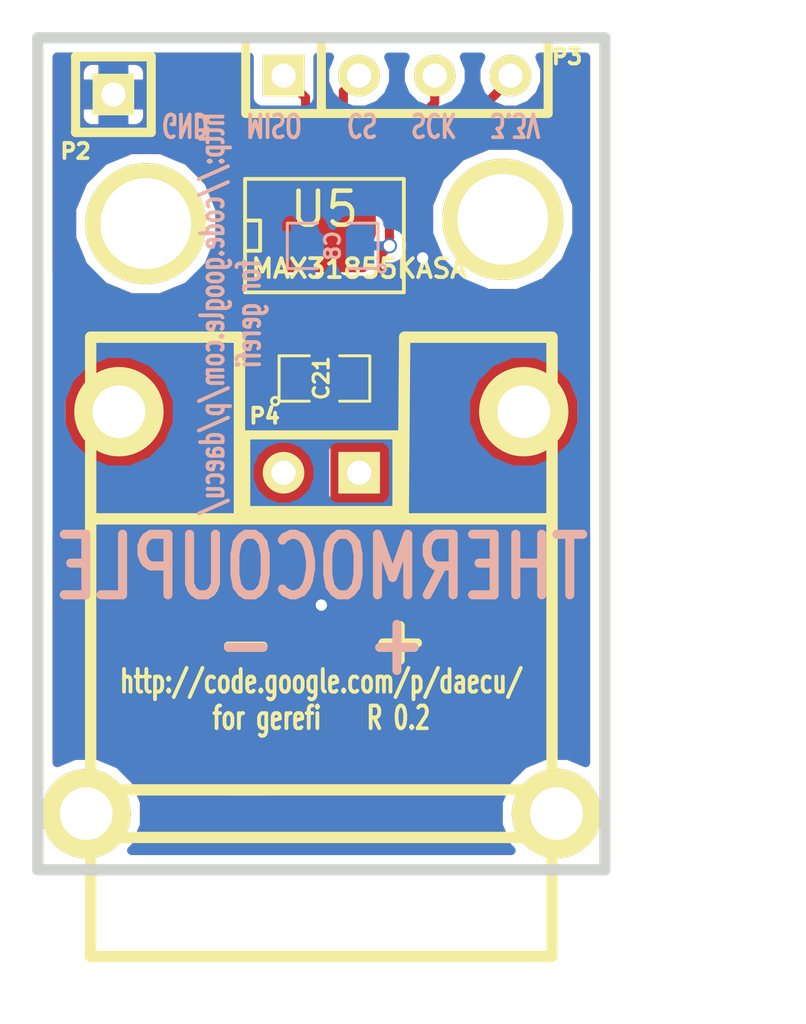
<source format=kicad_pcb>
(kicad_pcb (version 3) (host pcbnew "(2013-07-07 BZR 4022)-stable")

  (general
    (links 17)
    (no_connects 0)
    (area 93.7768 56.5658 124.877288 94.6912)
    (thickness 1.6002)
    (drawings 15)
    (tracks 44)
    (zones 0)
    (modules 9)
    (nets 8)
  )

  (page A4)
  (layers
    (15 Front signal)
    (0 Back signal)
    (16 B.Adhes user)
    (17 F.Adhes user)
    (18 B.Paste user)
    (19 F.Paste user)
    (20 B.SilkS user)
    (21 F.SilkS user)
    (22 B.Mask user)
    (23 F.Mask user)
    (24 Dwgs.User user)
    (25 Cmts.User user)
    (26 Eco1.User user)
    (27 Eco2.User user)
    (28 Edge.Cuts user)
  )

  (setup
    (last_trace_width 0.3048)
    (user_trace_width 0.381)
    (user_trace_width 0.508)
    (user_trace_width 0.635)
    (user_trace_width 1.016)
    (trace_clearance 0.3048)
    (zone_clearance 0.3048)
    (zone_45_only no)
    (trace_min 0.00762)
    (segment_width 0.381)
    (edge_width 0.381)
    (via_size 0.508)
    (via_drill 0.381)
    (via_min_size 0.02032)
    (via_min_drill 0.381)
    (user_via 1.00076 0.89916)
    (uvia_size 0.508)
    (uvia_drill 0.127)
    (uvias_allowed no)
    (uvia_min_size 0.02032)
    (uvia_min_drill 0.127)
    (pcb_text_width 0.3048)
    (pcb_text_size 1.524 2.032)
    (mod_edge_width 0.254)
    (mod_text_size 1.524 1.524)
    (mod_text_width 0.3048)
    (pad_size 0.635 1.143)
    (pad_drill 0)
    (pad_to_mask_clearance 0.254)
    (aux_axis_origin 0 0)
    (visible_elements 7FFFFF3F)
    (pcbplotparams
      (layerselection 284983297)
      (usegerberextensions true)
      (excludeedgelayer true)
      (linewidth 0.150000)
      (plotframeref false)
      (viasonmask false)
      (mode 1)
      (useauxorigin false)
      (hpglpennumber 1)
      (hpglpenspeed 20)
      (hpglpendiameter 15)
      (hpglpenoverlay 0)
      (psnegative false)
      (psa4output false)
      (plotreference true)
      (plotvalue false)
      (plotothertext false)
      (plotinvisibletext false)
      (padsonsilk false)
      (subtractmaskfromsilk false)
      (outputformat 1)
      (mirror false)
      (drillshape 1)
      (scaleselection 1)
      (outputdirectory gerbers/gerbers_Spin2/))
  )

  (net 0 "")
  (net 1 //CS)
  (net 2 /MISO)
  (net 3 /SCK)
  (net 4 /TCPL+)
  (net 5 /TCPL-)
  (net 6 3.3v)
  (net 7 GND)

  (net_class Default "This is the default net class."
    (clearance 0.3048)
    (trace_width 0.3048)
    (via_dia 0.508)
    (via_drill 0.381)
    (uvia_dia 0.508)
    (uvia_drill 0.127)
    (add_net "")
    (add_net //CS)
    (add_net /MISO)
    (add_net /SCK)
    (add_net /TCPL+)
    (add_net /TCPL-)
    (add_net 3.3v)
    (add_net GND)
  )

  (module 1pin (layer Front) (tedit 4F629911) (tstamp 4F628E0D)
    (at 98.87712 65.29578)
    (descr "module 1 pin (ou trou mecanique de percage)")
    (tags DEV)
    (path /4F629521)
    (fp_text reference V802 (at 0 -3.048) (layer F.SilkS) hide
      (effects (font (size 1.016 1.016) (thickness 0.254)))
    )
    (fp_text value VIA (at 0 2.794) (layer F.SilkS) hide
      (effects (font (size 1.016 1.016) (thickness 0.254)))
    )
    (pad 1 thru_hole circle (at 0 0) (size 4.064 4.064) (drill 3.048)
      (layers *.Cu *.Mask F.SilkS)
    )
  )

  (module 1pin (layer Front) (tedit 4F629903) (tstamp 4F6280CB)
    (at 110.871 65.151)
    (descr "module 1 pin (ou trou mecanique de percage)")
    (tags DEV)
    (path /4F627FCA)
    (fp_text reference V801 (at 0 -3.048) (layer F.SilkS) hide
      (effects (font (size 1.016 1.016) (thickness 0.254)))
    )
    (fp_text value VIA (at 0 2.794) (layer F.SilkS) hide
      (effects (font (size 1.016 1.016) (thickness 0.254)))
    )
    (pad 1 thru_hole circle (at 0 0) (size 4.064 4.064) (drill 3.048)
      (layers *.Cu *.Mask F.SilkS)
    )
  )

  (module SO8E (layer Front) (tedit 4F661D77) (tstamp 4E47F42B)
    (at 104.87914 65.6971)
    (descr "module CMS SOJ 8 pins etroit")
    (tags "CMS SOJ")
    (path /4E13FF86)
    (attr smd)
    (fp_text reference U5 (at 0 -0.889) (layer F.SilkS)
      (effects (font (size 1.143 1.143) (thickness 0.1524)))
    )
    (fp_text value MAX31855KASA (at 1.16586 1.1049) (layer F.SilkS)
      (effects (font (size 0.635 0.635) (thickness 0.127)))
    )
    (fp_line (start -2.667 1.778) (end -2.667 1.905) (layer F.SilkS) (width 0.127))
    (fp_line (start -2.667 1.905) (end 2.667 1.905) (layer F.SilkS) (width 0.127))
    (fp_line (start 2.667 -1.905) (end -2.667 -1.905) (layer F.SilkS) (width 0.127))
    (fp_line (start -2.667 -1.905) (end -2.667 1.778) (layer F.SilkS) (width 0.127))
    (fp_line (start -2.667 -0.508) (end -2.159 -0.508) (layer F.SilkS) (width 0.127))
    (fp_line (start -2.159 -0.508) (end -2.159 0.508) (layer F.SilkS) (width 0.127))
    (fp_line (start -2.159 0.508) (end -2.667 0.508) (layer F.SilkS) (width 0.127))
    (fp_line (start 2.667 -1.905) (end 2.667 1.905) (layer F.SilkS) (width 0.127))
    (pad 8 smd rect (at -1.905 -2.667) (size 0.508 1.143)
      (layers Front F.Paste F.Mask)
    )
    (pad 1 smd rect (at -1.905 2.667) (size 0.508 1.143)
      (layers Front F.Paste F.Mask)
      (net 7 GND)
    )
    (pad 7 smd rect (at -0.635 -2.667) (size 0.508 1.143)
      (layers Front F.Paste F.Mask)
      (net 2 /MISO)
    )
    (pad 6 smd rect (at 0.635 -2.667) (size 0.508 1.143)
      (layers Front F.Paste F.Mask)
      (net 1 //CS)
    )
    (pad 5 smd rect (at 1.905 -2.667) (size 0.508 1.143)
      (layers Front F.Paste F.Mask)
      (net 3 /SCK)
    )
    (pad 2 smd rect (at -0.635 2.667) (size 0.508 1.143)
      (layers Front F.Paste F.Mask)
      (net 5 /TCPL-)
    )
    (pad 3 smd rect (at 0.635 2.667) (size 0.508 1.143)
      (layers Front F.Paste F.Mask)
      (net 4 /TCPL+)
    )
    (pad 4 smd rect (at 1.905 2.667) (size 0.508 1.143)
      (layers Front F.Paste F.Mask)
      (net 6 3.3v)
    )
    (model 3D/so-8.wrl
      (at (xyz 0 0 0))
      (scale (xyz 1 1 1))
      (rotate (xyz 0 0 0))
    )
  )

  (module tcpl_PCC-SMP (layer Front) (tedit 535A1C3C) (tstamp 535A19ED)
    (at 104.775 78.359 270)
    (path /535A15DB)
    (fp_text reference P1 (at -1.778 9.779 270) (layer F.SilkS) hide
      (effects (font (size 1.524 1.524) (thickness 0.3048)))
    )
    (fp_text value CONN_2 (at -1.5748 4.699 360) (layer F.SilkS) hide
      (effects (font (size 1.524 1.524) (thickness 0.3048)))
    )
    (fp_text user - (at 1.016 2.54 360) (layer F.SilkS)
      (effects (font (size 1.524 1.524) (thickness 0.3048)))
    )
    (fp_text user + (at 1.016 -2.54 270) (layer F.SilkS)
      (effects (font (size 1.524 1.524) (thickness 0.3048)))
    )
    (fp_line (start -3.0988 7.74954) (end -9.25068 7.74954) (layer F.SilkS) (width 0.381))
    (fp_line (start -9.25068 7.74954) (end -9.25068 2.75082) (layer F.SilkS) (width 0.381))
    (fp_line (start -9.25068 2.75082) (end -3.1496 2.75082) (layer F.SilkS) (width 0.381))
    (fp_line (start -3.1496 -2.75082) (end -9.25068 -2.79908) (layer F.SilkS) (width 0.381))
    (fp_line (start -9.25068 -2.79908) (end -9.25068 -7.74954) (layer F.SilkS) (width 0.381))
    (fp_line (start -9.25068 -7.74954) (end -3.1496 -7.74954) (layer F.SilkS) (width 0.381))
    (fp_line (start 5.95122 7.74954) (end 5.95122 -7.74954) (layer F.SilkS) (width 0.381))
    (fp_line (start 7.54888 -7.74954) (end 7.54888 7.74954) (layer F.SilkS) (width 0.381))
    (fp_line (start -3.1496 -7.74954) (end 11.54938 -7.74954) (layer F.SilkS) (width 0.381))
    (fp_line (start -3.1496 7.74954) (end -3.1496 -7.74954) (layer F.SilkS) (width 0.381))
    (fp_line (start 11.54938 7.74954) (end -3.1496 7.74954) (layer F.SilkS) (width 0.381))
    (fp_line (start 11.54938 -7.74954) (end 11.54938 7.74954) (layer F.SilkS) (width 0.381))
    (pad M thru_hole circle (at 6.74878 -7.8994 270) (size 2.99974 2.99974) (drill 1.77038)
      (layers *.Cu *.Mask F.SilkS)
    )
    (pad M thru_hole circle (at 6.74878 7.8994 270) (size 2.99974 2.99974) (drill 1.77038)
      (layers *.Cu *.Mask F.SilkS)
    )
    (pad 2 thru_hole circle (at -6.74878 -6.79958 270) (size 2.99974 2.99974) (drill 1.77038)
      (layers *.Cu *.Mask F.SilkS)
      (net 4 /TCPL+)
    )
    (pad 1 thru_hole circle (at -6.74878 6.79958 270) (size 2.99974 2.99974) (drill 1.77038)
      (layers *.Cu *.Mask F.SilkS)
      (net 5 /TCPL-)
    )
    (model 3D/TCPL_CONNECTOR_PCC-SMP.wrl
      (at (xyz 0.46 0.315 -0.17))
      (scale (xyz 10 10 10))
      (rotate (xyz 0 0 180))
    )
  )

  (module SIL-4 (layer Front) (tedit 535A1D77) (tstamp 4F67B26C)
    (at 107.315 60.325)
    (descr "Connecteur 4 pibs")
    (tags "CONN DEV")
    (path /535A166C)
    (fp_text reference P3 (at 5.715 -0.635) (layer F.SilkS)
      (effects (font (size 0.508 0.508) (thickness 0.127)))
    )
    (fp_text value CONN_4 (at 0 -2.54) (layer F.SilkS) hide
      (effects (font (size 1.524 1.016) (thickness 0.3048)))
    )
    (fp_line (start -5.08 -1.27) (end -5.08 -1.27) (layer F.SilkS) (width 0.3048))
    (fp_line (start -5.08 1.27) (end -5.08 -1.27) (layer F.SilkS) (width 0.3048))
    (fp_line (start -5.08 -1.27) (end -5.08 -1.27) (layer F.SilkS) (width 0.3048))
    (fp_line (start -5.08 -1.27) (end 5.08 -1.27) (layer F.SilkS) (width 0.3048))
    (fp_line (start 5.08 -1.27) (end 5.08 1.27) (layer F.SilkS) (width 0.3048))
    (fp_line (start 5.08 1.27) (end -5.08 1.27) (layer F.SilkS) (width 0.3048))
    (fp_line (start -2.54 1.27) (end -2.54 -1.27) (layer F.SilkS) (width 0.3048))
    (pad 1 thru_hole rect (at -3.81 0) (size 1.397 1.397) (drill 0.8128)
      (layers *.Cu *.Mask F.SilkS)
      (net 2 /MISO)
    )
    (pad 2 thru_hole circle (at -1.27 0) (size 1.397 1.397) (drill 0.8128)
      (layers *.Cu *.Mask F.SilkS)
      (net 1 //CS)
    )
    (pad 3 thru_hole circle (at 1.27 0) (size 1.397 1.397) (drill 0.8128)
      (layers *.Cu *.Mask F.SilkS)
      (net 3 /SCK)
    )
    (pad 4 thru_hole circle (at 3.81 0) (size 1.397 1.397) (drill 0.8128)
      (layers *.Cu *.Mask F.SilkS)
      (net 6 3.3v)
    )
  )

  (module SIL-1 (layer Front) (tedit 535A1D7C) (tstamp 4F5CF533)
    (at 97.79 60.96 180)
    (descr "Connecteurs 1 pin")
    (tags "CONN DEV")
    (path /535A1737)
    (fp_text reference P2 (at 1.27 -1.905 180) (layer F.SilkS)
      (effects (font (size 0.508 0.508) (thickness 0.127)))
    )
    (fp_text value CONN_1 (at 0 -2.54 180) (layer F.SilkS) hide
      (effects (font (size 1.524 1.016) (thickness 0.254)))
    )
    (fp_line (start -1.27 1.27) (end 1.27 1.27) (layer F.SilkS) (width 0.3175))
    (fp_line (start -1.27 -1.27) (end 1.27 -1.27) (layer F.SilkS) (width 0.3175))
    (fp_line (start -1.27 1.27) (end -1.27 -1.27) (layer F.SilkS) (width 0.3048))
    (fp_line (start 1.27 -1.27) (end 1.27 1.27) (layer F.SilkS) (width 0.3048))
    (pad 1 thru_hole rect (at 0 0 180) (size 1.397 1.397) (drill 0.8128)
      (layers *.Cu *.Mask F.SilkS)
      (net 7 GND)
    )
  )

  (module SIL-2 (layer Front) (tedit 535A1CFD) (tstamp 535A1BB9)
    (at 104.775 73.66 180)
    (descr "Connecteurs 2 pins")
    (tags "CONN DEV")
    (path /535A1B1D)
    (fp_text reference P4 (at 1.905 1.905 180) (layer F.SilkS)
      (effects (font (size 0.508 0.508) (thickness 0.127)))
    )
    (fp_text value CONN_2 (at 0 -2.54 180) (layer F.SilkS) hide
      (effects (font (size 1.524 1.016) (thickness 0.3048)))
    )
    (fp_line (start -2.54 1.27) (end -2.54 -1.27) (layer F.SilkS) (width 0.3048))
    (fp_line (start -2.54 -1.27) (end 2.54 -1.27) (layer F.SilkS) (width 0.3048))
    (fp_line (start 2.54 -1.27) (end 2.54 1.27) (layer F.SilkS) (width 0.3048))
    (fp_line (start 2.54 1.27) (end -2.54 1.27) (layer F.SilkS) (width 0.3048))
    (pad 1 thru_hole rect (at -1.27 0 180) (size 1.397 1.397) (drill 0.8128)
      (layers *.Cu *.Mask F.SilkS)
      (net 4 /TCPL+)
    )
    (pad 2 thru_hole circle (at 1.27 0 180) (size 1.397 1.397) (drill 0.8128)
      (layers *.Cu *.Mask F.SilkS)
      (net 5 /TCPL-)
    )
  )

  (module SM0805-SM0603 (layer Back) (tedit 54220BA7) (tstamp 4E47F455)
    (at 105.156 66.04 180)
    (path /4E13FFE2)
    (attr smd)
    (fp_text reference C8 (at 0 0 450) (layer B.SilkS)
      (effects (font (size 0.50038 0.50038) (thickness 0.10922)) (justify mirror))
    )
    (fp_text value 100nF (at 0 -0.381 180) (layer B.SilkS) hide
      (effects (font (size 0.50038 0.50038) (thickness 0.10922)) (justify mirror))
    )
    (fp_circle (center -1.651 -0.762) (end -1.651 -0.635) (layer B.SilkS) (width 0.09906))
    (fp_line (start -0.508 -0.762) (end -1.524 -0.762) (layer B.SilkS) (width 0.09906))
    (fp_line (start -1.524 -0.762) (end -1.524 0.762) (layer B.SilkS) (width 0.09906))
    (fp_line (start -1.524 0.762) (end -0.508 0.762) (layer B.SilkS) (width 0.09906))
    (fp_line (start 0.508 0.762) (end 1.524 0.762) (layer B.SilkS) (width 0.09906))
    (fp_line (start 1.524 0.762) (end 1.524 -0.762) (layer B.SilkS) (width 0.09906))
    (fp_line (start 1.524 -0.762) (end 0.508 -0.762) (layer B.SilkS) (width 0.09906))
    (pad 1 smd rect (at -0.9525 0 180) (size 0.889 1.397)
      (layers Back B.Paste B.Mask)
      (net 6 3.3v)
    )
    (pad 2 smd rect (at 0.9525 0 180) (size 0.889 1.397)
      (layers Back B.Paste B.Mask)
      (net 7 GND)
    )
    (pad 1 smd rect (at -0.762 0 180) (size 0.635 1.143)
      (layers Back B.Paste B.Mask)
      (net 6 3.3v)
    )
    (pad 2 smd rect (at 0.762 0 180) (size 0.635 1.143)
      (layers Back B.Paste B.Mask)
      (net 7 GND)
    )
    (model smd/chip_cms.wrl
      (at (xyz 0 0 0))
      (scale (xyz 0.1 0.1 0.1))
      (rotate (xyz 0 0 0))
    )
  )

  (module SM0805-SM0603 (layer Front) (tedit 54220B8D) (tstamp 4E4C6BB1)
    (at 104.87914 70.49516)
    (path /4E4C6B54)
    (attr smd)
    (fp_text reference C21 (at -0.10414 -0.01016 90) (layer F.SilkS)
      (effects (font (size 0.50038 0.50038) (thickness 0.10922)))
    )
    (fp_text value 10nF (at 0 0.381) (layer F.SilkS) hide
      (effects (font (size 0.50038 0.50038) (thickness 0.10922)))
    )
    (fp_circle (center -1.651 0.762) (end -1.651 0.635) (layer F.SilkS) (width 0.09906))
    (fp_line (start -0.508 0.762) (end -1.524 0.762) (layer F.SilkS) (width 0.09906))
    (fp_line (start -1.524 0.762) (end -1.524 -0.762) (layer F.SilkS) (width 0.09906))
    (fp_line (start -1.524 -0.762) (end -0.508 -0.762) (layer F.SilkS) (width 0.09906))
    (fp_line (start 0.508 -0.762) (end 1.524 -0.762) (layer F.SilkS) (width 0.09906))
    (fp_line (start 1.524 -0.762) (end 1.524 0.762) (layer F.SilkS) (width 0.09906))
    (fp_line (start 1.524 0.762) (end 0.508 0.762) (layer F.SilkS) (width 0.09906))
    (pad 1 smd rect (at -0.9525 0) (size 0.889 1.397)
      (layers Front F.Paste F.Mask)
      (net 5 /TCPL-)
    )
    (pad 2 smd rect (at 0.9525 0) (size 0.889 1.397)
      (layers Front F.Paste F.Mask)
      (net 4 /TCPL+)
    )
    (pad 1 smd rect (at -0.762 0) (size 0.635 1.143)
      (layers Front F.Paste F.Mask)
      (net 5 /TCPL-)
    )
    (pad 2 smd rect (at 0.762 0) (size 0.635 1.143)
      (layers Front F.Paste F.Mask)
      (net 4 /TCPL+)
    )
    (model smd/chip_cms.wrl
      (at (xyz 0 0 0))
      (scale (xyz 0.1 0.1 0.1))
      (rotate (xyz 0 0 0))
    )
  )

  (gr_text "http://code.google.com/p/daecu/\nfor gerefi    R 0.2" (at 104.775 81.28) (layer F.SilkS)
    (effects (font (size 0.762 0.508) (thickness 0.127)))
  )
  (gr_text "http://code.google.com/p/daecu/\nfor gerefi" (at 101.727 68.326 90) (layer B.SilkS)
    (effects (font (size 0.762 0.508) (thickness 0.127)) (justify mirror))
  )
  (gr_text "MISO    CS   SCK   3.3V" (at 107.188 61.976 180) (layer B.SilkS)
    (effects (font (size 0.762 0.508) (thickness 0.127)) (justify mirror))
  )
  (gr_text GND (at 100.203 61.976 180) (layer B.SilkS)
    (effects (font (size 0.762 0.508) (thickness 0.127)) (justify mirror))
  )
  (dimension 19.05 (width 0.3048) (layer Cmts.User)
    (gr_text "0.7500 in" (at 104.775 93.065599) (layer Cmts.User)
      (effects (font (size 2.032 1.524) (thickness 0.3048)))
    )
    (feature1 (pts (xy 114.3 88.9) (xy 114.3 94.691199)))
    (feature2 (pts (xy 95.25 88.9) (xy 95.25 94.691199)))
    (crossbar (pts (xy 95.25 91.439999) (xy 114.3 91.439999)))
    (arrow1a (pts (xy 114.3 91.439999) (xy 113.173497 92.026419)))
    (arrow1b (pts (xy 114.3 91.439999) (xy 113.173497 90.853579)))
    (arrow2a (pts (xy 95.25 91.439999) (xy 96.376503 92.026419)))
    (arrow2b (pts (xy 95.25 91.439999) (xy 96.376503 90.853579)))
  )
  (dimension 27.94 (width 0.3048) (layer Cmts.User)
    (gr_text "1.1000 in" (at 119.1006 73.025 90) (layer Cmts.User)
      (effects (font (size 2.032 1.524) (thickness 0.3048)))
    )
    (feature1 (pts (xy 116.205 59.055) (xy 120.7262 59.055)))
    (feature2 (pts (xy 116.205 86.995) (xy 120.7262 86.995)))
    (crossbar (pts (xy 117.475 86.995) (xy 117.475 59.055)))
    (arrow1a (pts (xy 117.475 59.055) (xy 118.06142 60.181503)))
    (arrow1b (pts (xy 117.475 59.055) (xy 116.88858 60.181503)))
    (arrow2a (pts (xy 117.475 86.995) (xy 118.06142 85.868497)))
    (arrow2b (pts (xy 117.475 86.995) (xy 116.88858 85.868497)))
  )
  (gr_line (start 114.3 86.995) (end 113.665 86.995) (angle 90) (layer Edge.Cuts) (width 0.381))
  (gr_line (start 114.3 59.055) (end 114.3 86.995) (angle 90) (layer Edge.Cuts) (width 0.381))
  (gr_line (start 95.25 59.055) (end 114.3 59.055) (angle 90) (layer Edge.Cuts) (width 0.381))
  (gr_line (start 95.25 86.995) (end 95.25 59.055) (angle 90) (layer Edge.Cuts) (width 0.381))
  (gr_line (start 113.665 86.995) (end 95.25 86.995) (angle 90) (layer Edge.Cuts) (width 0.381))
  (gr_text + (at 107.315 79.375) (layer B.SilkS)
    (effects (font (size 2.032 1.524) (thickness 0.3048)))
  )
  (gr_text - (at 102.235 79.375) (layer B.SilkS)
    (effects (font (size 2.032 1.524) (thickness 0.3048)))
  )
  (gr_text THERMOCOUPLE (at 104.775 76.835) (layer B.SilkS)
    (effects (font (size 2.032 1.524) (thickness 0.3048)) (justify mirror))
  )
  (gr_text - (at 102.34422 84.19592) (layer F.SilkS)
    (effects (font (size 2.032 1.524) (thickness 0.3048)))
  )

  (segment (start 105.51414 63.0301) (end 105.51414 60.85586) (width 0.3048) (layer Front) (net 1))
  (segment (start 105.51414 60.85586) (end 106.045 60.325) (width 0.3048) (layer Front) (net 1) (tstamp 535A1F73))
  (segment (start 104.24414 63.0301) (end 104.24414 61.06414) (width 0.3048) (layer Front) (net 2))
  (segment (start 104.24414 61.06414) (end 103.505 60.325) (width 0.3048) (layer Front) (net 2) (tstamp 535A1F6E))
  (segment (start 104.24414 62.63386) (end 104.24414 63.0301) (width 0.2032) (layer Front) (net 2))
  (segment (start 108.585 60.325) (end 108.585 61.22924) (width 0.3048) (layer Front) (net 3))
  (segment (start 108.585 61.22924) (end 106.78414 63.0301) (width 0.3048) (layer Front) (net 3) (tstamp 535A1F78))
  (segment (start 105.51414 68.3641) (end 105.51414 73.12914) (width 0.2032) (layer Front) (net 4))
  (segment (start 105.51414 73.12914) (end 106.045 73.66) (width 0.2032) (layer Front) (net 4) (tstamp 535A1D16))
  (segment (start 105.51414 68.3641) (end 105.51414 70.36816) (width 0.508) (layer Front) (net 4))
  (segment (start 105.51414 70.36816) (end 105.64114 70.49516) (width 0.508) (layer Front) (net 4))
  (segment (start 105.64114 70.49516) (end 110.45952 70.49516) (width 0.508) (layer Front) (net 4))
  (segment (start 110.45952 70.49516) (end 111.57458 71.61022) (width 0.508) (layer Front) (net 4))
  (segment (start 99.09048 70.49516) (end 97.97542 71.61022) (width 0.508) (layer Front) (net 5))
  (segment (start 104.11714 70.49516) (end 99.09048 70.49516) (width 0.508) (layer Front) (net 5))
  (segment (start 104.24414 70.36816) (end 104.11714 70.49516) (width 0.508) (layer Front) (net 5))
  (segment (start 104.24414 68.3641) (end 104.24414 70.36816) (width 0.508) (layer Front) (net 5))
  (segment (start 104.24414 68.3641) (end 104.24414 72.92086) (width 0.2032) (layer Front) (net 5))
  (segment (start 104.24414 72.92086) (end 103.505 73.66) (width 0.2032) (layer Front) (net 5) (tstamp 535A1D0E))
  (segment (start 106.1085 66.04) (end 107.061 66.04) (width 0.3048) (layer Back) (net 6))
  (via (at 107.061 66.04) (size 0.508) (layers Front Back) (net 6))
  (segment (start 107.061 66.04) (end 107.061 64.516) (width 0.3048) (layer Front) (net 6))
  (segment (start 111.125 60.452) (end 111.125 60.325) (width 0.3048) (layer Front) (net 6) (tstamp 535A2433))
  (segment (start 107.061 64.516) (end 111.125 60.452) (width 0.3048) (layer Front) (net 6) (tstamp 535A2425))
  (segment (start 106.78414 68.3641) (end 106.78414 66.31686) (width 0.3048) (layer Front) (net 6))
  (segment (start 106.78414 66.31686) (end 107.061 66.04) (width 0.3048) (layer Front) (net 6) (tstamp 535A20D0))
  (segment (start 107.3658 64.9224) (end 107.3404 64.9224) (width 0.3048) (layer Back) (net 7))
  (segment (start 107.3658 64.9224) (end 108.1786 65.7352) (width 0.3048) (layer Back) (net 7) (tstamp 535A240D))
  (segment (start 108.1786 65.7352) (end 108.1786 66.4464) (width 0.3048) (layer Back) (net 7) (tstamp 535A2411))
  (via (at 108.1786 66.4464) (size 0.508) (layers Front Back) (net 7))
  (segment (start 108.1024 66.3702) (end 108.1786 66.4464) (width 0.3048) (layer Front) (net 7) (tstamp 535A241A))
  (segment (start 104.2035 65.2145) (end 104.2035 66.04) (width 0.3048) (layer Back) (net 7) (tstamp 53863438))
  (segment (start 104.648 64.77) (end 104.2035 65.2145) (width 0.3048) (layer Back) (net 7) (tstamp 53863437))
  (segment (start 107.188 64.77) (end 104.648 64.77) (width 0.3048) (layer Back) (net 7) (tstamp 53863436))
  (segment (start 107.3404 64.9224) (end 107.188 64.77) (width 0.3048) (layer Back) (net 7) (tstamp 53863435))
  (segment (start 104.2035 66.04) (end 104.2035 69.1515) (width 0.3048) (layer Back) (net 7))
  (via (at 104.775 78.105) (size 0.508) (layers Front Back) (net 7))
  (segment (start 102.87 78.105) (end 104.775 78.105) (width 0.3048) (layer Back) (net 7) (tstamp 535A2577))
  (segment (start 100.965 76.2) (end 102.87 78.105) (width 0.3048) (layer Back) (net 7) (tstamp 535A2575))
  (segment (start 100.965 72.39) (end 100.965 76.2) (width 0.3048) (layer Back) (net 7) (tstamp 535A2571))
  (segment (start 104.2035 69.1515) (end 100.965 72.39) (width 0.3048) (layer Back) (net 7) (tstamp 53863432))
  (segment (start 102.97414 68.3641) (end 102.97414 65.12814) (width 0.3048) (layer Front) (net 7))
  (segment (start 98.806 60.96) (end 97.79 60.96) (width 0.3048) (layer Front) (net 7) (tstamp 535A20DA))
  (segment (start 102.97414 65.12814) (end 98.806 60.96) (width 0.3048) (layer Front) (net 7) (tstamp 535A20D6))

  (zone (net 4) (net_name /TCPL+) (layer Front) (tstamp 535A2568) (hatch edge 0.508)
    (connect_pads yes (clearance 0.2032))
    (min_thickness 0.254)
    (fill (arc_segments 16) (thermal_gap 0.508) (thermal_bridge_width 0.508) (smoothing fillet) (radius 0.508))
    (polygon
      (pts
        (xy 113.37798 75.29576) (xy 113.37798 67.39636) (xy 105.07726 67.39636) (xy 105.07726 75.29576)
      )
    )
    (filled_polygon
      (pts
        (xy 113.25098 74.775252) (xy 113.21968 74.93261) (xy 113.137628 75.055408) (xy 113.01483 75.13746) (xy 112.857472 75.16876)
        (xy 105.597768 75.16876) (xy 105.44041 75.13746) (xy 105.317612 75.055408) (xy 105.23556 74.93261) (xy 105.20426 74.775252)
        (xy 105.20426 67.916868) (xy 105.23556 67.75951) (xy 105.317612 67.636712) (xy 105.44041 67.55466) (xy 105.597768 67.52336)
        (xy 106.18866 67.52336) (xy 106.164292 67.547686) (xy 106.098416 67.706333) (xy 106.098266 67.878113) (xy 106.098266 69.021113)
        (xy 106.163865 69.179875) (xy 106.285226 69.301448) (xy 106.443873 69.367324) (xy 106.615653 69.367474) (xy 107.123653 69.367474)
        (xy 107.282415 69.301875) (xy 107.403988 69.180514) (xy 107.469864 69.021867) (xy 107.470014 68.850087) (xy 107.470014 67.707087)
        (xy 107.404415 67.548325) (xy 107.379493 67.52336) (xy 110.159591 67.52336) (xy 110.37877 67.614371) (xy 111.35893 67.615226)
        (xy 111.581262 67.52336) (xy 112.857472 67.52336) (xy 113.01483 67.55466) (xy 113.137628 67.636712) (xy 113.21968 67.75951)
        (xy 113.25098 67.916868) (xy 113.25098 74.775252)
      )
    )
  )
  (zone (net 5) (net_name /TCPL-) (layer Front) (tstamp 535A2567) (hatch edge 0.508)
    (connect_pads yes (clearance 0.2032))
    (min_thickness 0.254)
    (fill (arc_segments 16) (thermal_gap 0.508) (thermal_bridge_width 0.508) (smoothing fillet) (radius 0.508))
    (polygon
      (pts
        (xy 104.67848 75.29576) (xy 104.67848 67.39636) (xy 96.1771 67.39636) (xy 96.1771 75.29576)
      )
    )
    (filled_polygon
      (pts
        (xy 104.55148 74.775252) (xy 104.52018 74.93261) (xy 104.438128 75.055408) (xy 104.31533 75.13746) (xy 104.157972 75.16876)
        (xy 96.697608 75.16876) (xy 96.54025 75.13746) (xy 96.417452 75.055408) (xy 96.3354 74.93261) (xy 96.3041 74.775252)
        (xy 96.3041 67.916868) (xy 96.3354 67.75951) (xy 96.417452 67.636712) (xy 96.54025 67.55466) (xy 96.697608 67.52336)
        (xy 97.817043 67.52336) (xy 98.38489 67.759151) (xy 99.36505 67.760006) (xy 99.937776 67.52336) (xy 102.37866 67.52336)
        (xy 102.354292 67.547686) (xy 102.288416 67.706333) (xy 102.288266 67.878113) (xy 102.288266 69.021113) (xy 102.353865 69.179875)
        (xy 102.475226 69.301448) (xy 102.633873 69.367324) (xy 102.805653 69.367474) (xy 103.313653 69.367474) (xy 103.472415 69.301875)
        (xy 103.593988 69.180514) (xy 103.659864 69.021867) (xy 103.660014 68.850087) (xy 103.660014 67.707087) (xy 103.594415 67.548325)
        (xy 103.569493 67.52336) (xy 104.157972 67.52336) (xy 104.31533 67.55466) (xy 104.438128 67.636712) (xy 104.52018 67.75951)
        (xy 104.55148 67.916868) (xy 104.55148 74.775252)
      )
    )
  )
  (zone (net 7) (net_name GND) (layer Back) (tstamp 535A2566) (hatch edge 0.508)
    (connect_pads (clearance 0.3048))
    (min_thickness 0.3048)
    (fill (arc_segments 16) (thermal_gap 0.3) (thermal_bridge_width 1.38176) (smoothing fillet) (radius 0.508))
    (polygon
      (pts
        (xy 114.935 58.42) (xy 94.615 58.42) (xy 94.615 87.63) (xy 114.935 87.63)
      )
    )
    (filled_polygon
      (pts
        (xy 113.6523 83.394755) (xy 113.531989 83.344797) (xy 113.531989 71.222643) (xy 113.360631 70.807925) (xy 113.360631 64.65804)
        (xy 112.982471 63.742824) (xy 112.282859 63.04199) (xy 111.368305 62.662233) (xy 110.37804 62.661369) (xy 109.462824 63.039529)
        (xy 108.76199 63.739141) (xy 108.382233 64.653695) (xy 108.381369 65.64396) (xy 108.759529 66.559176) (xy 109.459141 67.26001)
        (xy 110.373695 67.639767) (xy 111.36396 67.640631) (xy 112.279176 67.262471) (xy 112.98001 66.562859) (xy 113.359767 65.648305)
        (xy 113.360631 64.65804) (xy 113.360631 70.807925) (xy 113.23467 70.503077) (xy 112.684618 69.952064) (xy 111.965573 69.653491)
        (xy 111.187003 69.652811) (xy 110.467437 69.95013) (xy 109.916424 70.500182) (xy 109.617851 71.219227) (xy 109.617171 71.997797)
        (xy 109.91449 72.717363) (xy 110.464542 73.268376) (xy 111.183587 73.566949) (xy 111.962157 73.567629) (xy 112.681723 73.27031)
        (xy 113.232736 72.720258) (xy 113.531309 72.001213) (xy 113.531989 71.222643) (xy 113.531989 83.344797) (xy 113.065393 83.151051)
        (xy 112.286823 83.150371) (xy 111.567257 83.44769) (xy 111.016244 83.997742) (xy 110.717671 84.716787) (xy 110.716991 85.495357)
        (xy 111.01431 86.214923) (xy 111.146456 86.3473) (xy 107.772323 86.3473) (xy 107.772323 65.899154) (xy 107.664277 65.637664)
        (xy 107.464388 65.437426) (xy 107.203087 65.328924) (xy 107.010279 65.328755) (xy 107.010279 65.250956) (xy 106.940821 65.082855)
        (xy 106.812321 64.954131) (xy 106.644341 64.88438) (xy 106.462456 64.884221) (xy 105.573456 64.884221) (xy 105.405355 64.953679)
        (xy 105.276631 65.082179) (xy 105.231517 65.190824) (xy 105.213131 65.209179) (xy 105.153401 65.353024) (xy 105.094802 65.211902)
        (xy 105.076416 65.193548) (xy 105.031302 65.084902) (xy 104.903929 64.957751) (xy 104.737593 64.889022) (xy 104.53885 64.8891)
        (xy 104.42575 65.0022) (xy 104.42575 65.69075) (xy 104.55275 65.69075) (xy 104.55275 65.75425) (xy 104.7115 65.75425)
        (xy 104.7115 66.32575) (xy 104.55275 66.32575) (xy 104.55275 66.38925) (xy 104.42575 66.38925) (xy 104.42575 67.0778)
        (xy 104.53885 67.1909) (xy 104.737593 67.190978) (xy 104.903929 67.122249) (xy 105.031302 66.995098) (xy 105.076416 66.886451)
        (xy 105.094802 66.868098) (xy 105.153462 66.726829) (xy 105.212679 66.870145) (xy 105.231489 66.888988) (xy 105.276179 66.997145)
        (xy 105.404679 67.125869) (xy 105.572659 67.19562) (xy 105.754544 67.195779) (xy 106.643544 67.195779) (xy 106.811645 67.126321)
        (xy 106.940369 66.997821) (xy 107.01012 66.829841) (xy 107.010188 66.751155) (xy 107.201846 66.751323) (xy 107.463336 66.643277)
        (xy 107.663574 66.443388) (xy 107.772076 66.182087) (xy 107.772323 65.899154) (xy 107.772323 86.3473) (xy 107.200779 86.3473)
        (xy 107.200779 74.267956) (xy 107.200779 72.870956) (xy 107.131321 72.702855) (xy 107.002821 72.574131) (xy 106.834841 72.50438)
        (xy 106.652956 72.504221) (xy 105.255956 72.504221) (xy 105.087855 72.573679) (xy 104.959131 72.702179) (xy 104.88938 72.870159)
        (xy 104.889221 73.052044) (xy 104.889221 74.449044) (xy 104.958679 74.617145) (xy 105.087179 74.745869) (xy 105.255159 74.81562)
        (xy 105.437044 74.815779) (xy 106.834044 74.815779) (xy 107.002145 74.746321) (xy 107.130869 74.617821) (xy 107.20062 74.449841)
        (xy 107.200779 74.267956) (xy 107.200779 86.3473) (xy 104.6609 86.3473) (xy 104.6609 73.431126) (xy 104.485326 73.006204)
        (xy 104.23525 72.755691) (xy 104.23525 66.9508) (xy 104.23525 66.32575) (xy 104.23525 65.75425) (xy 104.23525 65.1292)
        (xy 104.12215 65.0161) (xy 103.986907 65.016022) (xy 103.98125 65.018359) (xy 103.98125 65.0022) (xy 103.86815 64.8891)
        (xy 103.669407 64.889022) (xy 103.503071 64.957751) (xy 103.375698 65.084902) (xy 103.306679 65.251117) (xy 103.306522 65.431093)
        (xy 103.3066 65.57765) (xy 103.4197 65.69075) (xy 103.6737 65.69075) (xy 103.7372 65.75425) (xy 104.23525 65.75425)
        (xy 104.23525 66.32575) (xy 103.7372 66.32575) (xy 103.6737 66.38925) (xy 103.4197 66.38925) (xy 103.3066 66.50235)
        (xy 103.306522 66.648907) (xy 103.306679 66.828883) (xy 103.375698 66.995098) (xy 103.503071 67.122249) (xy 103.669407 67.190978)
        (xy 103.86815 67.1909) (xy 103.98125 67.0778) (xy 103.98125 67.06164) (xy 103.986907 67.063978) (xy 104.12215 67.0639)
        (xy 104.23525 66.9508) (xy 104.23525 72.755691) (xy 104.160506 72.680817) (xy 103.735891 72.504502) (xy 103.276126 72.5041)
        (xy 102.851204 72.679674) (xy 102.525817 73.004494) (xy 102.349502 73.429109) (xy 102.3491 73.888874) (xy 102.524674 74.313796)
        (xy 102.849494 74.639183) (xy 103.274109 74.815498) (xy 103.733874 74.8159) (xy 104.158796 74.640326) (xy 104.484183 74.315506)
        (xy 104.660498 73.890891) (xy 104.6609 73.431126) (xy 104.6609 86.3473) (xy 101.366751 86.3473) (xy 101.366751 64.80282)
        (xy 100.988591 63.887604) (xy 100.288979 63.18677) (xy 99.374425 62.807013) (xy 98.940978 62.806634) (xy 98.940978 61.568907)
        (xy 98.940978 60.351093) (xy 98.940821 60.171117) (xy 98.871802 60.004902) (xy 98.744429 59.877751) (xy 98.578093 59.809022)
        (xy 98.25235 59.8091) (xy 98.13925 59.9222) (xy 98.13925 60.61075) (xy 98.8278 60.61075) (xy 98.9409 60.49765)
        (xy 98.940978 60.351093) (xy 98.940978 61.568907) (xy 98.9409 61.42235) (xy 98.8278 61.30925) (xy 98.13925 61.30925)
        (xy 98.13925 61.9978) (xy 98.25235 62.1109) (xy 98.578093 62.110978) (xy 98.744429 62.042249) (xy 98.871802 61.915098)
        (xy 98.940821 61.748883) (xy 98.940978 61.568907) (xy 98.940978 62.806634) (xy 98.38416 62.806149) (xy 97.468944 63.184309)
        (xy 97.44075 63.212453) (xy 97.44075 61.9978) (xy 97.44075 61.30925) (xy 97.44075 60.61075) (xy 97.44075 59.9222)
        (xy 97.32765 59.8091) (xy 97.001907 59.809022) (xy 96.835571 59.877751) (xy 96.708198 60.004902) (xy 96.639179 60.171117)
        (xy 96.639022 60.351093) (xy 96.6391 60.49765) (xy 96.7522 60.61075) (xy 97.44075 60.61075) (xy 97.44075 61.30925)
        (xy 96.7522 61.30925) (xy 96.6391 61.42235) (xy 96.639022 61.568907) (xy 96.639179 61.748883) (xy 96.708198 61.915098)
        (xy 96.835571 62.042249) (xy 97.001907 62.110978) (xy 97.32765 62.1109) (xy 97.44075 61.9978) (xy 97.44075 63.212453)
        (xy 96.76811 63.883921) (xy 96.388353 64.798475) (xy 96.387489 65.78874) (xy 96.765649 66.703956) (xy 97.465261 67.40479)
        (xy 98.379815 67.784547) (xy 99.37008 67.785411) (xy 100.285296 67.407251) (xy 100.98613 66.707639) (xy 101.365887 65.793085)
        (xy 101.366751 64.80282) (xy 101.366751 86.3473) (xy 99.932829 86.3473) (xy 99.932829 71.222643) (xy 99.63551 70.503077)
        (xy 99.085458 69.952064) (xy 98.366413 69.653491) (xy 97.587843 69.652811) (xy 96.868277 69.95013) (xy 96.317264 70.500182)
        (xy 96.018691 71.219227) (xy 96.018011 71.997797) (xy 96.31533 72.717363) (xy 96.865382 73.268376) (xy 97.584427 73.566949)
        (xy 98.362997 73.567629) (xy 99.082563 73.27031) (xy 99.633576 72.720258) (xy 99.932149 72.001213) (xy 99.932829 71.222643)
        (xy 99.932829 86.3473) (xy 98.404047 86.3473) (xy 98.533756 86.217818) (xy 98.832329 85.498773) (xy 98.833009 84.720203)
        (xy 98.53569 84.000637) (xy 97.985638 83.449624) (xy 97.266593 83.151051) (xy 96.488023 83.150371) (xy 95.8977 83.394287)
        (xy 95.8977 59.7027) (xy 102.349233 59.7027) (xy 102.349221 59.717044) (xy 102.349221 61.114044) (xy 102.418679 61.282145)
        (xy 102.547179 61.410869) (xy 102.715159 61.48062) (xy 102.897044 61.480779) (xy 104.294044 61.480779) (xy 104.462145 61.411321)
        (xy 104.590869 61.282821) (xy 104.66062 61.114841) (xy 104.660779 60.932956) (xy 104.660779 59.7027) (xy 105.052028 59.7027)
        (xy 104.889502 60.094109) (xy 104.8891 60.553874) (xy 105.064674 60.978796) (xy 105.389494 61.304183) (xy 105.814109 61.480498)
        (xy 106.273874 61.4809) (xy 106.698796 61.305326) (xy 107.024183 60.980506) (xy 107.200498 60.555891) (xy 107.2009 60.096126)
        (xy 107.038339 59.7027) (xy 107.592028 59.7027) (xy 107.429502 60.094109) (xy 107.4291 60.553874) (xy 107.604674 60.978796)
        (xy 107.929494 61.304183) (xy 108.354109 61.480498) (xy 108.813874 61.4809) (xy 109.238796 61.305326) (xy 109.564183 60.980506)
        (xy 109.740498 60.555891) (xy 109.7409 60.096126) (xy 109.578339 59.7027) (xy 110.132028 59.7027) (xy 109.969502 60.094109)
        (xy 109.9691 60.553874) (xy 110.144674 60.978796) (xy 110.469494 61.304183) (xy 110.894109 61.480498) (xy 111.353874 61.4809)
        (xy 111.778796 61.305326) (xy 112.104183 60.980506) (xy 112.280498 60.555891) (xy 112.2809 60.096126) (xy 112.118339 59.7027)
        (xy 113.6523 59.7027) (xy 113.6523 83.394755)
      )
    )
  )
  (zone (net 7) (net_name GND) (layer Front) (tstamp 535A256C) (hatch edge 0.508)
    (connect_pads (clearance 0.3048))
    (min_thickness 0.3048)
    (fill (arc_segments 16) (thermal_gap 0.3) (thermal_bridge_width 1.38176) (smoothing fillet) (radius 0.508))
    (polygon
      (pts
        (xy 93.98 57.785) (xy 115.57 57.785) (xy 115.57 88.265) (xy 93.98 88.265)
      )
    )
    (polygon
      (pts        (xy 95.758 75.692) (xy 95.758 66.929) (xy 113.792 66.929) (xy 113.792 75.692)
      )
    )
    (filled_polygon
      (pts
        (xy 106.656016 64.058879) (xy 106.629948 64.084948) (xy 106.497803 64.282716) (xy 106.4514 64.516) (xy 106.4514 65.653532)
        (xy 106.356272 65.882623) (xy 106.353088 65.885808) (xy 106.220943 66.083576) (xy 106.17454 66.31686) (xy 106.17454 66.7766)
        (xy 100.917048 66.7766) (xy 100.98613 66.707639) (xy 101.365887 65.793085) (xy 101.366751 64.80282) (xy 100.988591 63.887604)
        (xy 100.288979 63.18677) (xy 99.374425 62.807013) (xy 98.940978 62.806634) (xy 98.940978 61.568907) (xy 98.940978 60.351093)
        (xy 98.940821 60.171117) (xy 98.871802 60.004902) (xy 98.744429 59.877751) (xy 98.578093 59.809022) (xy 98.25235 59.8091)
        (xy 98.13925 59.9222) (xy 98.13925 60.61075) (xy 98.8278 60.61075) (xy 98.9409 60.49765) (xy 98.940978 60.351093)
        (xy 98.940978 61.568907) (xy 98.9409 61.42235) (xy 98.8278 61.30925) (xy 98.13925 61.30925) (xy 98.13925 61.9978)
        (xy 98.25235 62.1109) (xy 98.578093 62.110978) (xy 98.744429 62.042249) (xy 98.871802 61.915098) (xy 98.940821 61.748883)
        (xy 98.940978 61.568907) (xy 98.940978 62.806634) (xy 98.38416 62.806149) (xy 97.468944 63.184309) (xy 97.44075 63.212453)
        (xy 97.44075 61.9978) (xy 97.44075 61.30925) (xy 97.44075 60.61075) (xy 97.44075 59.9222) (xy 97.32765 59.8091)
        (xy 97.001907 59.809022) (xy 96.835571 59.877751) (xy 96.708198 60.004902) (xy 96.639179 60.171117) (xy 96.639022 60.351093)
        (xy 96.6391 60.49765) (xy 96.7522 60.61075) (xy 97.44075 60.61075) (xy 97.44075 61.30925) (xy 96.7522 61.30925)
        (xy 96.6391 61.42235) (xy 96.639022 61.568907) (xy 96.639179 61.748883) (xy 96.708198 61.915098) (xy 96.835571 62.042249)
        (xy 97.001907 62.110978) (xy 97.32765 62.1109) (xy 97.44075 61.9978) (xy 97.44075 63.212453) (xy 96.76811 63.883921)
        (xy 96.388353 64.798475) (xy 96.387489 65.78874) (xy 96.765649 66.703956) (xy 96.838166 66.7766) (xy 96.25099 66.7766)
        (xy 96.012133 66.824111) (xy 95.8977 66.900573) (xy 95.8977 59.7027) (xy 102.349233 59.7027) (xy 102.349221 59.717044)
        (xy 102.349221 61.114044) (xy 102.418679 61.282145) (xy 102.547179 61.410869) (xy 102.715159 61.48062) (xy 102.897044 61.480779)
        (xy 103.63454 61.480779) (xy 103.63454 62.167565) (xy 103.609039 62.193021) (xy 103.487461 62.071231) (xy 103.319481 62.00148)
        (xy 103.137596 62.001321) (xy 102.629596 62.001321) (xy 102.461495 62.070779) (xy 102.332771 62.199279) (xy 102.26302 62.367259)
        (xy 102.262861 62.549144) (xy 102.262861 63.692144) (xy 102.332319 63.860245) (xy 102.460819 63.988969) (xy 102.628799 64.05872)
        (xy 102.810684 64.058879) (xy 103.318684 64.058879) (xy 103.486785 63.989421) (xy 103.60924 63.867178) (xy 103.730819 63.988969)
        (xy 103.898799 64.05872) (xy 104.080684 64.058879) (xy 104.588684 64.058879) (xy 104.756785 63.989421) (xy 104.87924 63.867178)
        (xy 105.000819 63.988969) (xy 105.168799 64.05872) (xy 105.350684 64.058879) (xy 105.858684 64.058879) (xy 106.026785 63.989421)
        (xy 106.14924 63.867178) (xy 106.270819 63.988969) (xy 106.438799 64.05872) (xy 106.620684 64.058879) (xy 106.656016 64.058879)
      )
    )
    (filled_polygon
      (pts
        (xy 113.6523 66.900573) (xy 113.537867 66.824111) (xy 113.29901 66.7766) (xy 112.765895 66.7766) (xy 112.98001 66.562859)
        (xy 113.359767 65.648305) (xy 113.360631 64.65804) (xy 112.982471 63.742824) (xy 112.282859 63.04199) (xy 111.368305 62.662233)
        (xy 110.37804 62.661369) (xy 109.462824 63.039529) (xy 108.76199 63.739141) (xy 108.382233 64.653695) (xy 108.381369 65.64396)
        (xy 108.759529 66.559176) (xy 108.976573 66.7766) (xy 107.39374 66.7766) (xy 107.39374 66.672033) (xy 107.463336 66.643277)
        (xy 107.663574 66.443388) (xy 107.772076 66.182087) (xy 107.772323 65.899154) (xy 107.6706 65.652966) (xy 107.6706 64.768504)
        (xy 110.95855 61.480554) (xy 111.353874 61.4809) (xy 111.778796 61.305326) (xy 112.104183 60.980506) (xy 112.280498 60.555891)
        (xy 112.2809 60.096126) (xy 112.118339 59.7027) (xy 113.6523 59.7027) (xy 113.6523 66.900573)
      )
    )
    (filled_polygon
      (pts
        (xy 113.6523 83.394755) (xy 113.065393 83.151051) (xy 112.286823 83.150371) (xy 111.567257 83.44769) (xy 111.016244 83.997742)
        (xy 110.717671 84.716787) (xy 110.716991 85.495357) (xy 111.01431 86.214923) (xy 111.146456 86.3473) (xy 98.404047 86.3473)
        (xy 98.533756 86.217818) (xy 98.832329 85.498773) (xy 98.833009 84.720203) (xy 98.53569 84.000637) (xy 97.985638 83.449624)
        (xy 97.266593 83.151051) (xy 96.488023 83.150371) (xy 95.8977 83.394287) (xy 95.8977 75.720426) (xy 96.012133 75.796889)
        (xy 96.25099 75.8444) (xy 113.29901 75.8444) (xy 113.537867 75.796889) (xy 113.6523 75.720426) (xy 113.6523 83.394755)
      )
    )
  )
)

</source>
